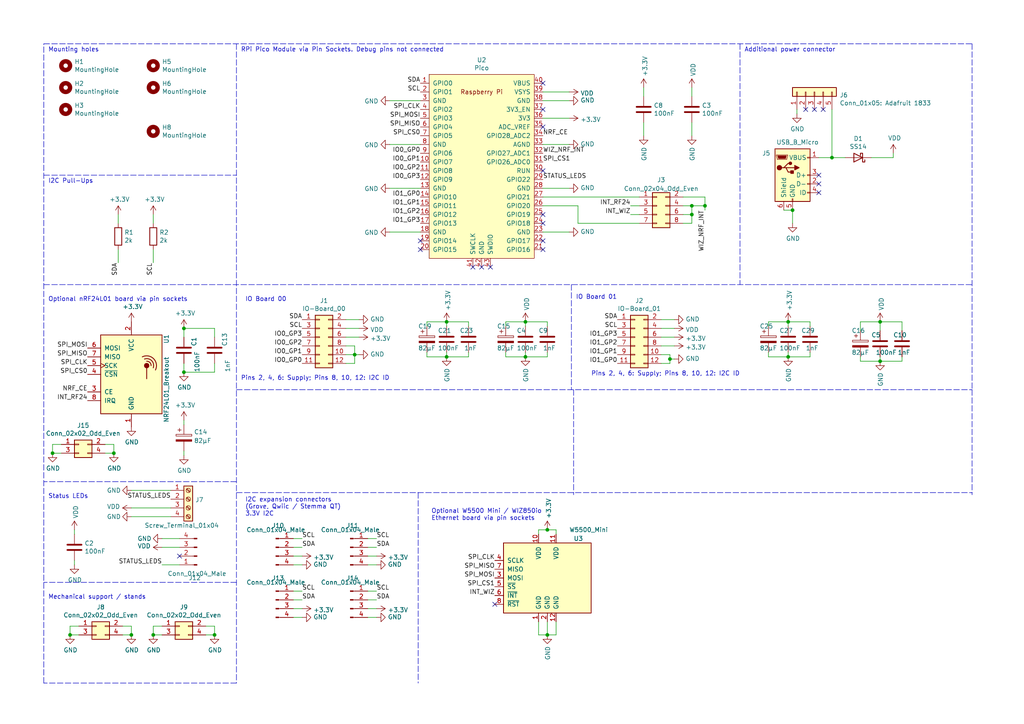
<source format=kicad_sch>
(kicad_sch (version 20211123) (generator eeschema)
  (paper "A4")
  (title_block (title "rp2040_dongle baseboard 2 slots") (date "2022-11-30") (rev "0.6") (company "https://www.openlighting.org/"))
  (lib_symbols
    (symbol "Connector:Conn_01x04_Male" (pin_names (offset 1.016) hide)
      (property "Reference" "J" (at 0 5.08 0))
      (property "Value" "Conn_01x04_Male" (at 0 -7.62 0))
      (symbol "Conn_01x04_Male_1_1"
        (pin passive line (at 5.08 2.54 180) (length 3.81) (name "Pin_1") (number "1"))
        (pin passive line (at 5.08 0 180) (length 3.81) (name "Pin_2") (number "2"))
        (pin passive line (at 5.08 -2.54 180) (length 3.81) (name "Pin_3") (number "3"))
        (pin passive line (at 5.08 -5.08 180) (length 3.81) (name "Pin_4") (number "4"))
      )
    )
    (symbol "Connector:Screw_Terminal_01x04" (pin_names (offset 1.016) hide)
      (property "Reference" "J" (at 0 5.08 0))
      (property "Value" "Screw_Terminal_01x04" (at 0 -7.62 0))
      (symbol "Screw_Terminal_01x04_1_1"
        (pin passive line (at -5.08 2.54 0) (length 3.81) (name "Pin_1") (number "1"))
        (pin passive line (at -5.08 0 0) (length 3.81) (name "Pin_2") (number "2"))
        (pin passive line (at -5.08 -2.54 0) (length 3.81) (name "Pin_3") (number "3"))
        (pin passive line (at -5.08 -5.08 0) (length 3.81) (name "Pin_4") (number "4"))
      )
    )
    (symbol "Connector:USB_B_Micro" (pin_names (offset 1.016))
      (property "Reference" "J" (at -5.08 11.43 0))
      (property "Value" "USB_B_Micro" (at -5.08 8.89 0))
      (symbol "USB_B_Micro_1_1"
        (pin power_out line (at 7.62 5.08 180) (length 2.54) (name "VBUS") (number "1"))
        (pin bidirectional line (at 7.62 -2.54 180) (length 2.54) (name "D-") (number "2"))
        (pin bidirectional line (at 7.62 0 180) (length 2.54) (name "D+") (number "3"))
        (pin passive line (at 7.62 -5.08 180) (length 2.54) (name "ID") (number "4"))
        (pin power_out line (at 0 -10.16 90) (length 2.54) (name "GND") (number "5"))
        (pin passive line (at -2.54 -10.16 90) (length 2.54) (name "Shield") (number "6"))
      )
    )
    (symbol "Connector_Generic:Conn_01x05" (pin_names (offset 1.016) hide)
      (property "Reference" "J" (at 0 7.62 0))
      (property "Value" "Conn_01x05" (at 0 -7.62 0))
      (symbol "Conn_01x05_1_1"
        (pin passive line (at -5.08 5.08 0) (length 3.81) (name "Pin_1") (number "1"))
        (pin passive line (at -5.08 2.54 0) (length 3.81) (name "Pin_2") (number "2"))
        (pin passive line (at -5.08 0 0) (length 3.81) (name "Pin_3") (number "3"))
        (pin passive line (at -5.08 -2.54 0) (length 3.81) (name "Pin_4") (number "4"))
        (pin passive line (at -5.08 -5.08 0) (length 3.81) (name "Pin_5") (number "5"))
      )
    )
    (symbol "Connector_Generic:Conn_02x02_Odd_Even" (pin_names (offset 1.016) hide)
      (property "Reference" "J" (at 1.27 2.54 0))
      (property "Value" "Conn_02x02_Odd_Even" (at 1.27 -5.08 0))
      (symbol "Conn_02x02_Odd_Even_1_1"
        (pin passive line (at -5.08 0 0) (length 3.81) (name "Pin_1") (number "1"))
        (pin passive line (at 7.62 0 180) (length 3.81) (name "Pin_2") (number "2"))
        (pin passive line (at -5.08 -2.54 0) (length 3.81) (name "Pin_3") (number "3"))
        (pin passive line (at 7.62 -2.54 180) (length 3.81) (name "Pin_4") (number "4"))
      )
    )
    (symbol "Connector_Generic:Conn_02x04_Odd_Even" (pin_names (offset 1.016) hide)
      (property "Reference" "J" (at 1.27 5.08 0))
      (property "Value" "Conn_02x04_Odd_Even" (at 1.27 -7.62 0))
      (symbol "Conn_02x04_Odd_Even_1_1"
        (pin passive line (at -5.08 2.54 0) (length 3.81) (name "Pin_1") (number "1"))
        (pin passive line (at 7.62 2.54 180) (length 3.81) (name "Pin_2") (number "2"))
        (pin passive line (at -5.08 0 0) (length 3.81) (name "Pin_3") (number "3"))
        (pin passive line (at 7.62 0 180) (length 3.81) (name "Pin_4") (number "4"))
        (pin passive line (at -5.08 -2.54 0) (length 3.81) (name "Pin_5") (number "5"))
        (pin passive line (at 7.62 -2.54 180) (length 3.81) (name "Pin_6") (number "6"))
        (pin passive line (at -5.08 -5.08 0) (length 3.81) (name "Pin_7") (number "7"))
        (pin passive line (at 7.62 -5.08 180) (length 3.81) (name "Pin_8") (number "8"))
      )
    )
    (symbol "Connector_Generic:Conn_02x06_Odd_Even" (pin_names (offset 1.016) hide)
      (property "Reference" "J" (at 1.27 7.62 0))
      (property "Value" "Conn_02x06_Odd_Even" (at 1.27 -10.16 0))
      (symbol "Conn_02x06_Odd_Even_1_1"
        (pin passive line (at -5.08 5.08 0) (length 3.81) (name "Pin_1") (number "1"))
        (pin passive line (at 7.62 -5.08 180) (length 3.81) (name "Pin_10") (number "10"))
        (pin passive line (at -5.08 -7.62 0) (length 3.81) (name "Pin_11") (number "11"))
        (pin passive line (at 7.62 -7.62 180) (length 3.81) (name "Pin_12") (number "12"))
        (pin passive line (at 7.62 5.08 180) (length 3.81) (name "Pin_2") (number "2"))
        (pin passive line (at -5.08 2.54 0) (length 3.81) (name "Pin_3") (number "3"))
        (pin passive line (at 7.62 2.54 180) (length 3.81) (name "Pin_4") (number "4"))
        (pin passive line (at -5.08 0 0) (length 3.81) (name "Pin_5") (number "5"))
        (pin passive line (at 7.62 0 180) (length 3.81) (name "Pin_6") (number "6"))
        (pin passive line (at -5.08 -2.54 0) (length 3.81) (name "Pin_7") (number "7"))
        (pin passive line (at 7.62 -2.54 180) (length 3.81) (name "Pin_8") (number "8"))
        (pin passive line (at -5.08 -5.08 0) (length 3.81) (name "Pin_9") (number "9"))
      )
    )
    (symbol "Device:C" (pin_numbers hide) (pin_names (offset 0.254))
      (property "Reference" "C" (at 0.635 2.54 0))
      (property "Value" "C" (at 0.635 -2.54 0))
      (symbol "C_1_1"
        (pin passive line (at 0 3.81 270) (length 2.794) (name "~") (number "1"))
        (pin passive line (at 0 -3.81 90) (length 2.794) (name "~") (number "2"))
      )
    )
    (symbol "Device:C_Polarized" (pin_numbers hide) (pin_names (offset 0.254))
      (property "Reference" "C" (at 0.635 2.54 0))
      (property "Value" "C_Polarized" (at 0.635 -2.54 0))
      (symbol "C_Polarized_1_1"
        (pin passive line (at 0 3.81 270) (length 2.794) (name "~") (number "1"))
        (pin passive line (at 0 -3.81 90) (length 2.794) (name "~") (number "2"))
      )
    )
    (symbol "Device:D_Schottky" (pin_numbers hide) (pin_names (offset 1.016) hide)
      (property "Reference" "D" (at 0 2.54 0))
      (property "Value" "D_Schottky" (at 0 -2.54 0))
      (symbol "D_Schottky_1_1"
        (pin passive line (at -3.81 0 0) (length 2.54) (name "K") (number "1"))
        (pin passive line (at 3.81 0 180) (length 2.54) (name "A") (number "2"))
      )
    )
    (symbol "Device:R" (pin_numbers hide) (pin_names (offset 0))
      (property "Reference" "R" (at 2.032 0 90))
      (property "Value" "R" (at 0 0 90))
      (symbol "R_1_1"
        (pin passive line (at 0 3.81 270) (length 1.27) (name "~") (number "1"))
        (pin passive line (at 0 -3.81 90) (length 1.27) (name "~") (number "2"))
      )
    )
    (symbol "Mechanical:MountingHole" (pin_names (offset 1.016))
      (property "Reference" "H" (at 0 5.08 0))
      (property "Value" "MountingHole" (at 0 3.175 0))
    )
    (symbol "RF:NRF24L01_Breakout" (pin_names (offset 1.016))
      (property "Reference" "U" (at -8.89 12.7 0))
      (property "Value" "NRF24L01_Breakout" (at 3.81 12.7 0))
      (symbol "NRF24L01_Breakout_1_1"
        (pin power_in line (at 0 -15.24 90) (length 3.81) (name "GND") (number "1"))
        (pin power_in line (at 0 15.24 270) (length 3.81) (name "VCC") (number "2"))
        (pin input line (at -12.7 -5.08 0) (length 3.81) (name "CE") (number "3"))
        (pin input line (at -12.7 0 0) (length 3.81) (name "~{CSN}") (number "4"))
        (pin input clock (at -12.7 2.54 0) (length 3.81) (name "SCK") (number "5"))
        (pin input line (at -12.7 7.62 0) (length 3.81) (name "MOSI") (number "6"))
        (pin output line (at -12.7 5.08 0) (length 3.81) (name "MISO") (number "7"))
        (pin output line (at -12.7 -7.62 0) (length 3.81) (name "IRQ") (number "8"))
      )
    )
    (symbol "W5500_Mini:W5500_Mini" (pin_names (offset 1.016))
      (property "Reference" "U" (at -12.7 12.7 0))
      (property "Value" "W5500_Mini" (at 0 2.54 0))
      (symbol "W5500_Mini_1_1"
        (pin power_in line (at -2.54 -11.43 90) (length 2.54) (name "GND") (number "1"))
        (pin power_in line (at -2.54 13.97 270) (length 2.54) (name "VDD") (number "10"))
        (pin power_in line (at 2.54 13.97 270) (length 2.54) (name "VDD") (number "11"))
        (pin power_in line (at 2.54 -11.43 90) (length 2.54) (name "GND") (number "12"))
        (pin power_in line (at 0 -11.43 90) (length 2.54) (name "GND") (number "2"))
        (pin input line (at -15.24 1.27 0) (length 2.54) (name "MOSI") (number "3"))
        (pin input line (at -15.24 6.35 0) (length 2.54) (name "SCLK") (number "4"))
        (pin input line (at -15.24 -1.27 0) (length 2.54) (name "~{SS}") (number "5"))
        (pin input line (at -15.24 -3.81 0) (length 2.54) (name "~{INT}") (number "6"))
        (pin output line (at -15.24 3.81 0) (length 2.54) (name "MISO") (number "7"))
        (pin input line (at -15.24 -6.35 0) (length 2.54) (name "~{RST}") (number "8"))
        (pin no_connect line (at 15.24 6.35 180) (length 2.54) hide (name "NC") (number "9"))
      )
    )
    (symbol "baseboard_4slots-rescue:Pico-MCU_RPi" (pin_names (offset 1.016))
      (property "Reference" "U" (at -13.97 27.94 0))
      (property "Value" "Pico-MCU_RPi" (at 0 19.05 0))
      (symbol "Pico-MCU_RPi_0_0"
        (text "Raspberry Pi" (at 0 21.59 0) (effects (font (size 1.27 1.27))))
      )
      (symbol "Pico-MCU_RPi_1_1"
        (pin bidirectional line (at -17.78 24.13 0) (length 2.54) (name "GPIO0") (number "1"))
        (pin bidirectional line (at -17.78 1.27 0) (length 2.54) (name "GPIO7") (number "10"))
        (pin bidirectional line (at -17.78 -1.27 0) (length 2.54) (name "GPIO8") (number "11"))
        (pin bidirectional line (at -17.78 -3.81 0) (length 2.54) (name "GPIO9") (number "12"))
        (pin power_in line (at -17.78 -6.35 0) (length 2.54) (name "GND") (number "13"))
        (pin bidirectional line (at -17.78 -8.89 0) (length 2.54) (name "GPIO10") (number "14"))
        (pin bidirectional line (at -17.78 -11.43 0) (length 2.54) (name "GPIO11") (number "15"))
        (pin bidirectional line (at -17.78 -13.97 0) (length 2.54) (name "GPIO12") (number "16"))
        (pin bidirectional line (at -17.78 -16.51 0) (length 2.54) (name "GPIO13") (number "17"))
        (pin power_in line (at -17.78 -19.05 0) (length 2.54) (name "GND") (number "18"))
        (pin bidirectional line (at -17.78 -21.59 0) (length 2.54) (name "GPIO14") (number "19"))
        (pin bidirectional line (at -17.78 21.59 0) (length 2.54) (name "GPIO1") (number "2"))
        (pin bidirectional line (at -17.78 -24.13 0) (length 2.54) (name "GPIO15") (number "20"))
        (pin bidirectional line (at 17.78 -24.13 180) (length 2.54) (name "GPIO16") (number "21"))
        (pin bidirectional line (at 17.78 -21.59 180) (length 2.54) (name "GPIO17") (number "22"))
        (pin power_in line (at 17.78 -19.05 180) (length 2.54) (name "GND") (number "23"))
        (pin bidirectional line (at 17.78 -16.51 180) (length 2.54) (name "GPIO18") (number "24"))
        (pin bidirectional line (at 17.78 -13.97 180) (length 2.54) (name "GPIO19") (number "25"))
        (pin bidirectional line (at 17.78 -11.43 180) (length 2.54) (name "GPIO20") (number "26"))
        (pin bidirectional line (at 17.78 -8.89 180) (length 2.54) (name "GPIO21") (number "27"))
        (pin power_in line (at 17.78 -6.35 180) (length 2.54) (name "GND") (number "28"))
        (pin bidirectional line (at 17.78 -3.81 180) (length 2.54) (name "GPIO22") (number "29"))
        (pin power_in line (at -17.78 19.05 0) (length 2.54) (name "GND") (number "3"))
        (pin input line (at 17.78 -1.27 180) (length 2.54) (name "RUN") (number "30"))
        (pin bidirectional line (at 17.78 1.27 180) (length 2.54) (name "GPIO26_ADC0") (number "31"))
        (pin bidirectional line (at 17.78 3.81 180) (length 2.54) (name "GPIO27_ADC1") (number "32"))
        (pin power_in line (at 17.78 6.35 180) (length 2.54) (name "AGND") (number "33"))
        (pin bidirectional line (at 17.78 8.89 180) (length 2.54) (name "GPIO28_ADC2") (number "34"))
        (pin unspecified line (at 17.78 11.43 180) (length 2.54) (name "ADC_VREF") (number "35"))
        (pin unspecified line (at 17.78 13.97 180) (length 2.54) (name "3V3") (number "36"))
        (pin input line (at 17.78 16.51 180) (length 2.54) (name "3V3_EN") (number "37"))
        (pin bidirectional line (at 17.78 19.05 180) (length 2.54) (name "GND") (number "38"))
        (pin unspecified line (at 17.78 21.59 180) (length 2.54) (name "VSYS") (number "39"))
        (pin bidirectional line (at -17.78 16.51 0) (length 2.54) (name "GPIO2") (number "4"))
        (pin unspecified line (at 17.78 24.13 180) (length 2.54) (name "VBUS") (number "40"))
        (pin input line (at -2.54 -29.21 90) (length 2.54) (name "SWCLK") (number "41"))
        (pin power_in line (at 0 -29.21 90) (length 2.54) (name "GND") (number "42"))
        (pin bidirectional line (at 2.54 -29.21 90) (length 2.54) (name "SWDIO") (number "43"))
        (pin bidirectional line (at -17.78 13.97 0) (length 2.54) (name "GPIO3") (number "5"))
        (pin bidirectional line (at -17.78 11.43 0) (length 2.54) (name "GPIO4") (number "6"))
        (pin bidirectional line (at -17.78 8.89 0) (length 2.54) (name "GPIO5") (number "7"))
        (pin power_in line (at -17.78 6.35 0) (length 2.54) (name "GND") (number "8"))
        (pin bidirectional line (at -17.78 3.81 0) (length 2.54) (name "GPIO6") (number "9"))
      )
    )
    (symbol "power:+3.3V" (power) (pin_names (offset 0))
      (property "Value" "+3.3V" (at 0 3.556 0))
      (symbol "+3.3V_1_1"
        (pin power_in line (at 0 0 90) (length 0) hide (name "+3.3V") (number "1"))
      )
    )
    (symbol "power:GND" (power) (pin_names (offset 0))
      (property "Value" "GND" (at 0 -3.81 0))
      (symbol "GND_1_1"
        (pin power_in line (at 0 0 270) (length 0) hide (name "GND") (number "1"))
      )
    )
    (symbol "power:VDD" (power) (pin_names (offset 0))
      (property "Value" "VDD" (at 0 3.81 0))
      (symbol "VDD_1_1"
        (pin power_in line (at 0 0 90) (length 0) hide (name "VDD") (number "1"))
      )
    )
  )
  (junction (at 158.75 184.15))
  (junction (at 194.31 104.14))
  (junction (at 129.54 103.505))
  (junction (at 255.27 104.775))
  (junction (at 44.45 184.15))
  (junction (at 102.87 102.87))
  (junction (at 33.02 131.445))
  (junction (at 152.4 103.505))
  (junction (at 228.6 103.505))
  (junction (at 152.4 93.345))
  (junction (at 53.34 107.95))
  (junction (at 53.34 95.25))
  (junction (at 20.32 184.15))
  (junction (at 129.54 93.345))
  (junction (at 241.3 45.72))
  (junction (at 200.66 59.69))
  (junction (at 38.1 184.15))
  (junction (at 228.6 93.345))
  (junction (at 158.75 153.67))
  (junction (at 62.23 184.15))
  (junction (at 204.47 59.69))
  (junction (at 255.27 93.345))
  (junction (at 229.87 60.96))
  (junction (at 15.24 131.445))
  (junction (at 200.66 62.23))
  (no_connect (at 237.49 55.88))
  (no_connect (at 157.48 24.13))
  (no_connect (at 157.48 36.83))
  (no_connect (at 121.92 69.85))
  (no_connect (at 52.07 161.29))
  (no_connect (at 157.48 72.39))
  (no_connect (at 157.48 62.23))
  (no_connect (at 233.68 31.75))
  (no_connect (at 142.24 77.47))
  (no_connect (at 238.76 31.75))
  (no_connect (at 236.22 31.75))
  (no_connect (at 157.48 49.53))
  (no_connect (at 137.16 77.47))
  (no_connect (at 157.48 69.85))
  (no_connect (at 237.49 53.34))
  (no_connect (at 157.48 64.77))
  (no_connect (at 237.49 50.8))
  (no_connect (at 121.92 72.39))
  (no_connect (at 157.48 31.75))
  (no_connect (at 143.51 175.26))
  (no_connect (at 139.7 77.47))
  (wire (pts (xy 35.56 184.15) (xy 38.1 184.15)))
  (wire (pts (xy 30.48 128.905) (xy 33.02 128.905)))
  (wire (pts (xy 113.03 67.31) (xy 121.92 67.31)))
  (wire (pts (xy 259.08 45.72) (xy 259.08 44.45)))
  (wire (pts (xy 53.34 130.81) (xy 53.34 132.08)))
  (wire (pts (xy 156.21 153.67) (xy 158.75 153.67)))
  (wire (pts (xy 100.33 97.79) (xy 104.14 97.79)))
  (wire (pts (xy 34.29 72.39) (xy 34.29 76.2)))
  (wire (pts (xy 161.29 153.67) (xy 158.75 153.67)))
  (wire (pts (xy 182.88 62.23) (xy 185.42 62.23)))
  (polyline (pts (xy 68.58 198.12) (xy 12.7 198.12)))
  (wire (pts (xy 200.66 25.4) (xy 200.66 27.94)))
  (wire (pts (xy 44.45 184.15) (xy 46.99 184.15)))
  (wire (pts (xy 182.88 59.69) (xy 185.42 59.69)))
  (wire (pts (xy 228.6 93.345) (xy 234.95 93.345)))
  (wire (pts (xy 194.31 104.14) (xy 195.58 104.14)))
  (wire (pts (xy 22.86 184.15) (xy 20.32 184.15)))
  (wire (pts (xy 222.885 94.615) (xy 222.885 93.345)))
  (wire (pts (xy 123.825 93.345) (xy 129.54 93.345)))
  (wire (pts (xy 157.48 34.29) (xy 165.1 34.29)))
  (wire (pts (xy 249.555 93.345) (xy 255.27 93.345)))
  (polyline (pts (xy 121.285 142.875) (xy 121.285 198.12)))
  (wire (pts (xy 38.1 181.61) (xy 38.1 184.15)))
  (wire (pts (xy 85.09 171.45) (xy 87.63 171.45)))
  (wire (pts (xy 186.69 35.56) (xy 186.69 39.37)))
  (wire (pts (xy 53.34 95.25) (xy 62.23 95.25)))
  (wire (pts (xy 156.21 180.34) (xy 156.21 184.15)))
  (polyline (pts (xy 68.58 113.03) (xy 281.94 113.03)))
  (wire (pts (xy 135.89 102.235) (xy 135.89 103.505)))
  (wire (pts (xy 158.75 103.505) (xy 152.4 103.505)))
  (wire (pts (xy 102.87 100.33) (xy 102.87 102.87)))
  (wire (pts (xy 123.825 102.235) (xy 123.825 103.505)))
  (wire (pts (xy 106.68 163.83) (xy 109.22 163.83)))
  (wire (pts (xy 156.21 154.94) (xy 156.21 153.67)))
  (wire (pts (xy 161.29 184.15) (xy 158.75 184.15)))
  (wire (pts (xy 237.49 45.72) (xy 241.3 45.72)))
  (wire (pts (xy 186.69 25.4) (xy 186.69 27.94)))
  (wire (pts (xy 46.99 158.75) (xy 52.07 158.75)))
  (wire (pts (xy 129.54 102.235) (xy 129.54 103.505)))
  (wire (pts (xy 200.66 35.56) (xy 200.66 39.37)))
  (wire (pts (xy 34.29 62.23) (xy 34.29 64.77)))
  (wire (pts (xy 157.48 57.15) (xy 185.42 57.15)))
  (wire (pts (xy 191.77 95.25) (xy 195.58 95.25)))
  (wire (pts (xy 17.78 128.905) (xy 15.24 128.905)))
  (wire (pts (xy 146.685 103.505) (xy 152.4 103.505)))
  (wire (pts (xy 46.99 156.21) (xy 52.07 156.21)))
  (wire (pts (xy 241.3 45.72) (xy 245.11 45.72)))
  (wire (pts (xy 234.95 103.505) (xy 228.6 103.505)))
  (wire (pts (xy 249.555 95.885) (xy 249.555 93.345)))
  (wire (pts (xy 231.14 31.75) (xy 231.14 33.02)))
  (wire (pts (xy 62.23 184.15) (xy 62.23 181.61)))
  (wire (pts (xy 194.31 105.41) (xy 194.31 104.14)))
  (wire (pts (xy 106.68 179.07) (xy 109.22 179.07)))
  (wire (pts (xy 204.47 57.15) (xy 204.47 59.69)))
  (wire (pts (xy 106.68 173.99) (xy 109.22 173.99)))
  (wire (pts (xy 241.3 31.75) (xy 241.3 45.72)))
  (polyline (pts (xy 68.58 12.7) (xy 68.58 198.12)))
  (wire (pts (xy 20.32 181.61) (xy 20.32 184.15)))
  (wire (pts (xy 17.78 131.445) (xy 15.24 131.445)))
  (polyline (pts (xy 281.94 12.7) (xy 281.94 113.03)))
  (wire (pts (xy 106.68 156.21) (xy 109.22 156.21)))
  (wire (pts (xy 100.33 102.87) (xy 102.87 102.87)))
  (wire (pts (xy 249.555 103.505) (xy 249.555 104.775)))
  (wire (pts (xy 15.24 128.905) (xy 15.24 131.445)))
  (wire (pts (xy 102.87 105.41) (xy 100.33 105.41)))
  (wire (pts (xy 167.64 59.69) (xy 167.64 64.77)))
  (polyline (pts (xy 281.94 113.03) (xy 281.94 143.51)))
  (wire (pts (xy 200.66 64.77) (xy 200.66 62.23)))
  (wire (pts (xy 252.73 45.72) (xy 259.08 45.72)))
  (wire (pts (xy 53.34 107.95) (xy 53.34 105.41)))
  (wire (pts (xy 46.99 181.61) (xy 44.45 181.61)))
  (wire (pts (xy 152.4 93.345) (xy 152.4 94.615)))
  (wire (pts (xy 261.62 104.775) (xy 261.62 103.505)))
  (wire (pts (xy 85.09 156.21) (xy 87.63 156.21)))
  (wire (pts (xy 261.62 93.345) (xy 261.62 95.885)))
  (polyline (pts (xy 12.7 50.8) (xy 68.58 50.8)))
  (wire (pts (xy 157.48 29.21) (xy 165.1 29.21)))
  (wire (pts (xy 198.12 62.23) (xy 200.66 62.23)))
  (wire (pts (xy 33.02 128.905) (xy 33.02 131.445)))
  (polyline (pts (xy 12.7 12.7) (xy 281.94 12.7)))
  (wire (pts (xy 167.64 64.77) (xy 185.42 64.77)))
  (polyline (pts (xy 12.7 198.12) (xy 12.7 12.7)))
  (wire (pts (xy 123.825 94.615) (xy 123.825 93.345)))
  (wire (pts (xy 44.45 72.39) (xy 44.45 76.2)))
  (wire (pts (xy 53.34 97.79) (xy 53.34 95.25)))
  (wire (pts (xy 21.59 162.56) (xy 21.59 163.83)))
  (wire (pts (xy 62.23 107.95) (xy 53.34 107.95)))
  (wire (pts (xy 191.77 105.41) (xy 194.31 105.41)))
  (wire (pts (xy 229.87 60.96) (xy 227.33 60.96)))
  (wire (pts (xy 194.31 102.87) (xy 194.31 104.14)))
  (polyline (pts (xy 165.735 82.55) (xy 165.735 113.03)))
  (wire (pts (xy 106.68 176.53) (xy 109.22 176.53)))
  (wire (pts (xy 53.34 121.92) (xy 53.34 123.19)))
  (wire (pts (xy 222.885 103.505) (xy 228.6 103.505)))
  (wire (pts (xy 152.4 93.345) (xy 158.75 93.345)))
  (wire (pts (xy 198.12 64.77) (xy 200.66 64.77)))
  (wire (pts (xy 157.48 54.61) (xy 165.1 54.61)))
  (wire (pts (xy 222.885 102.235) (xy 222.885 103.505)))
  (polyline (pts (xy 68.58 168.91) (xy 12.7 168.91)))
  (wire (pts (xy 85.09 176.53) (xy 87.63 176.53)))
  (wire (pts (xy 198.12 59.69) (xy 200.66 59.69)))
  (polyline (pts (xy 12.7 82.55) (xy 281.94 82.55)))
  (wire (pts (xy 157.48 26.67) (xy 165.1 26.67)))
  (wire (pts (xy 158.75 180.34) (xy 158.75 184.15)))
  (wire (pts (xy 255.27 104.775) (xy 255.27 103.505)))
  (wire (pts (xy 100.33 92.71) (xy 104.14 92.71)))
  (wire (pts (xy 191.77 102.87) (xy 194.31 102.87)))
  (wire (pts (xy 157.48 67.31) (xy 165.1 67.31)))
  (wire (pts (xy 106.68 158.75) (xy 109.22 158.75)))
  (wire (pts (xy 135.89 103.505) (xy 129.54 103.505)))
  (wire (pts (xy 146.685 102.235) (xy 146.685 103.505)))
  (wire (pts (xy 161.29 180.34) (xy 161.29 184.15)))
  (wire (pts (xy 249.555 104.775) (xy 255.27 104.775)))
  (wire (pts (xy 85.09 161.29) (xy 87.63 161.29)))
  (wire (pts (xy 200.66 62.23) (xy 200.66 59.69)))
  (wire (pts (xy 35.56 181.61) (xy 38.1 181.61)))
  (wire (pts (xy 38.1 147.32) (xy 49.53 147.32)))
  (wire (pts (xy 191.77 97.79) (xy 195.58 97.79)))
  (wire (pts (xy 228.6 93.345) (xy 228.6 94.615)))
  (wire (pts (xy 21.59 153.67) (xy 21.59 154.94)))
  (wire (pts (xy 198.12 57.15) (xy 204.47 57.15)))
  (wire (pts (xy 106.68 161.29) (xy 109.22 161.29)))
  (polyline (pts (xy 166.37 113.03) (xy 166.37 143.51)))
  (wire (pts (xy 152.4 102.235) (xy 152.4 103.505)))
  (polyline (pts (xy 68.58 139.7) (xy 12.7 139.7)))
  (wire (pts (xy 191.77 92.71) (xy 195.58 92.71)))
  (wire (pts (xy 62.23 105.41) (xy 62.23 107.95)))
  (wire (pts (xy 255.27 93.345) (xy 261.62 93.345)))
  (wire (pts (xy 157.48 41.91) (xy 165.1 41.91)))
  (wire (pts (xy 158.75 93.345) (xy 158.75 94.615)))
  (wire (pts (xy 85.09 158.75) (xy 87.63 158.75)))
  (wire (pts (xy 59.69 184.15) (xy 62.23 184.15)))
  (wire (pts (xy 135.89 93.345) (xy 135.89 94.615)))
  (wire (pts (xy 62.23 181.61) (xy 59.69 181.61)))
  (wire (pts (xy 200.66 59.69) (xy 204.47 59.69)))
  (wire (pts (xy 129.54 93.345) (xy 135.89 93.345)))
  (wire (pts (xy 22.86 181.61) (xy 20.32 181.61)))
  (wire (pts (xy 129.54 93.345) (xy 129.54 94.615)))
  (wire (pts (xy 204.47 59.69) (xy 204.47 60.96)))
  (wire (pts (xy 191.77 100.33) (xy 195.58 100.33)))
  (wire (pts (xy 46.99 163.83) (xy 52.07 163.83)))
  (wire (pts (xy 113.03 29.21) (xy 121.92 29.21)))
  (wire (pts (xy 156.21 184.15) (xy 158.75 184.15)))
  (polyline (pts (xy 214.63 12.7) (xy 214.63 82.55)))
  (wire (pts (xy 146.685 93.345) (xy 152.4 93.345)))
  (wire (pts (xy 222.885 93.345) (xy 228.6 93.345)))
  (wire (pts (xy 44.45 181.61) (xy 44.45 184.15)))
  (wire (pts (xy 100.33 95.25) (xy 104.14 95.25)))
  (wire (pts (xy 62.23 95.25) (xy 62.23 97.79)))
  (wire (pts (xy 158.75 102.235) (xy 158.75 103.505)))
  (wire (pts (xy 102.87 102.87) (xy 102.87 105.41)))
  (polyline (pts (xy 68.58 142.875) (xy 281.94 142.875)))
  (wire (pts (xy 146.685 94.615) (xy 146.685 93.345)))
  (wire (pts (xy 38.1 142.24) (xy 49.53 142.24)))
  (wire (pts (xy 113.03 54.61) (xy 121.92 54.61)))
  (wire (pts (xy 123.825 103.505) (xy 129.54 103.505)))
  (wire (pts (xy 113.03 41.91) (xy 121.92 41.91)))
  (wire (pts (xy 100.33 100.33) (xy 102.87 100.33)))
  (wire (pts (xy 234.95 102.235) (xy 234.95 103.505)))
  (wire (pts (xy 104.14 102.87) (xy 102.87 102.87)))
  (wire (pts (xy 255.27 93.345) (xy 255.27 95.885)))
  (wire (pts (xy 85.09 173.99) (xy 87.63 173.99)))
  (wire (pts (xy 44.45 62.23) (xy 44.45 64.77)))
  (wire (pts (xy 85.09 179.07) (xy 87.63 179.07)))
  (wire (pts (xy 85.09 163.83) (xy 87.63 163.83)))
  (wire (pts (xy 228.6 102.235) (xy 228.6 103.505)))
  (wire (pts (xy 38.1 149.86) (xy 49.53 149.86)))
  (wire (pts (xy 255.27 104.775) (xy 261.62 104.775)))
  (wire (pts (xy 157.48 59.69) (xy 167.64 59.69)))
  (wire (pts (xy 229.87 60.96) (xy 229.87 64.77)))
  (wire (pts (xy 234.95 93.345) (xy 234.95 94.615)))
  (wire (pts (xy 161.29 154.94) (xy 161.29 153.67)))
  (wire (pts (xy 106.68 171.45) (xy 109.22 171.45)))
  (wire (pts (xy 30.48 131.445) (xy 33.02 131.445)))
  (text "Pins 2, 4, 6: Supply; Pins 8, 10, 12: I2C ID" (at 171.45 109.22 0) (effects (font (size 1.27 1.27)) (justify left bottom)))
  (text "Additional power connector" (at 215.9 15.24 0) (effects (font (size 1.27 1.27)) (justify left bottom)))
  (text "Pins 2, 4, 6: Supply; Pins 8, 10, 12: I2C ID" (at 69.85 110.49 0) (effects (font (size 1.27 1.27)) (justify left bottom)))
  (text "Mounting holes" (at 13.97 15.24 0) (effects (font (size 1.27 1.27)) (justify left bottom)))
  (text "RPi Pico Module via Pin Sockets. Debug pins not connected" (at 69.85 15.24 0) (effects (font (size 1.27 1.27)) (justify left bottom)))
  (text "IO Board 00" (at 71.12 87.63 0) (effects (font (size 1.27 1.27)) (justify left bottom)))
  (text "I2C Pull-Ups" (at 13.97 53.34 0) (effects (font (size 1.27 1.27)) (justify left bottom)))
  (text "Status LEDs" (at 13.97 144.78 0) (effects (font (size 1.27 1.27)) (justify left bottom)))
  (text "Optional nRF24L01 board via pin sockets" (at 13.97 87.63 0) (effects (font (size 1.27 1.27)) (justify left bottom)))
  (text "IO Board 01" (at 167.005 86.995 0) (effects (font (size 1.27 1.27)) (justify left bottom)))
  (text "Mechanical support / stands" (at 13.97 173.99 0) (effects (font (size 1.27 1.27)) (justify left bottom)))
  (text "I2C expansion connectors\n(Grove, Qwiic / Stemma QT)\n3.3V I2C" (at 71.12 149.86 0) (effects (font (size 1.27 1.27)) (justify left bottom)))
  (text "Optional W5500 Mini / WIZ850io\nEthernet board via pin sockets" (at 125.095 151.13 0) (effects (font (size 1.27 1.27)) (justify left bottom)))
  (label "IO1_GP0" (at 121.92 57.15 180))
  (label "IO1_GP1" (at 179.07 102.87 180))
  (label "SPI_MOSI" (at 121.92 34.29 180))
  (label "SPI_MISO" (at 25.4 103.505 180))
  (label "IO1_GP2" (at 121.92 62.23 180))
  (label "IO0_GP2" (at 121.92 49.53 180))
  (label "STATUS_LEDS" (at 49.53 144.78 180))
  (label "SCL" (at 44.45 76.2 270))
  (label "IO1_GP0" (at 179.07 105.41 180))
  (label "SDA" (at 121.92 24.13 180))
  (label "STATUS_LEDS" (at 46.99 163.83 180))
  (label "WIZ_NRF_INT" (at 157.48 44.45 0))
  (label "IO1_GP3" (at 121.92 64.77 180))
  (label "IO0_GP3" (at 121.92 52.07 180))
  (label "SCL" (at 109.22 171.45 0))
  (label "INT_RF24" (at 182.88 59.69 180))
  (label "IO1_GP1" (at 121.92 59.69 180))
  (label "IO0_GP1" (at 87.63 102.87 180))
  (label "NRF_CE" (at 25.4 113.665 180))
  (label "SCL" (at 179.07 95.25 180))
  (label "INT_WIZ" (at 143.51 172.72 180))
  (label "SDA" (at 87.63 92.71 180))
  (label "SDA" (at 109.22 173.99 0))
  (label "SPI_CS1" (at 143.51 170.18 180))
  (label "IO1_GP2" (at 179.07 100.33 180))
  (label "SPI_CS0" (at 121.92 39.37 180))
  (label "IO1_GP3" (at 179.07 97.79 180))
  (label "STATUS_LEDS" (at 157.48 52.07 0))
  (label "SDA" (at 34.29 76.2 270))
  (label "SPI_MISO" (at 143.51 165.1 180))
  (label "SCL" (at 87.63 156.21 0))
  (label "INT_WIZ" (at 182.88 62.23 180))
  (label "SCL" (at 109.22 156.21 0))
  (label "SDA" (at 109.22 158.75 0))
  (label "SPI_CLK" (at 121.92 31.75 180))
  (label "IO0_GP2" (at 87.63 100.33 180))
  (label "SCL" (at 121.92 26.67 180))
  (label "IO0_GP1" (at 121.92 46.99 180))
  (label "SPI_CS1" (at 157.48 46.99 0))
  (label "SPI_CLK" (at 143.51 162.56 180))
  (label "SPI_CS0" (at 25.4 108.585 180))
  (label "SPI_MISO" (at 121.92 36.83 180))
  (label "SCL" (at 87.63 95.25 180))
  (label "SDA" (at 179.07 92.71 180))
  (label "SDA" (at 87.63 158.75 0))
  (label "SCL" (at 87.63 171.45 0))
  (label "SPI_MOSI" (at 143.51 167.64 180))
  (label "INT_RF24" (at 25.4 116.205 180))
  (label "SDA" (at 87.63 173.99 0))
  (label "IO0_GP0" (at 87.63 105.41 180))
  (label "WIZ_NRF_INT" (at 204.47 60.96 270))
  (label "SPI_CLK" (at 25.4 106.045 180))
  (label "SPI_MOSI" (at 25.4 100.965 180))
  (label "IO0_GP3" (at 87.63 97.79 180))
  (label "IO0_GP0" (at 121.92 44.45 180))
  (label "NRF_CE" (at 157.48 39.37 0))
  (symbol (lib_id "baseboard_4slots-rescue:Pico-MCU_RPi") (at 139.7 48.26 0) (unit 1)
    (property "Reference" "U2" (at 139.7 17.399 0))
    (property "Value" "Pico" (at 139.7 19.7104 0))
    (property "Footprint" "MCU_RaspberryPi_and_Boards:RPi_Pico_SMD_TH" (effects hide))
  )
  (symbol (lib_id "Connector:USB_B_Micro") (at 229.87 50.8 0) (unit 1)
    (property "Reference" "J5" (at 222.25 44.45 0))
    (property "Value" "USB_B_Micro" (at 231.3178 41.2496 0))
    (property "Footprint" "Connector_USB:USB_Micro-B_Wuerth_629105150521" (effects hide))
  )
  (symbol (lib_id "power:GND") (at 229.87 64.77 0) (unit 1)
    (property "Reference" "#PWR030" (effects hide))
    (property "Value" "GND" (at 229.997 69.1642 0))
  )
  (symbol (lib_id "Device:R") (at 44.45 68.58 0) (unit 1)
    (property "Reference" "R2" (at 46.228 67.4116 0) (effects (justify left)))
    (property "Value" "2k" (at 46.228 69.723 0) (effects (justify left)))
    (property "Footprint" "Resistor_SMD:R_0805_2012Metric_Pad1.20x1.40mm_HandSolder" (effects hide))
    (property "LCSC" "C17604" (effects hide))
  )
  (symbol (lib_id "Device:R") (at 34.29 68.58 0) (unit 1)
    (property "Reference" "R1" (at 36.068 67.4116 0) (effects (justify left)))
    (property "Value" "2k" (at 36.068 69.723 0) (effects (justify left)))
    (property "Footprint" "Resistor_SMD:R_0805_2012Metric_Pad1.20x1.40mm_HandSolder" (effects hide))
    (property "LCSC" "C17604" (effects hide))
  )
  (symbol (lib_id "power:+3.3V") (at 44.45 62.23 0) (unit 1)
    (property "Reference" "#PWR02" (effects hide))
    (property "Value" "+3.3V" (at 44.831 57.8358 0))
  )
  (symbol (lib_id "power:+3.3V") (at 34.29 62.23 0) (unit 1)
    (property "Reference" "#PWR01" (effects hide))
    (property "Value" "+3.3V" (at 34.671 57.8358 0))
  )
  (symbol (lib_id "Device:D_Schottky") (at 248.92 45.72 180) (unit 1)
    (property "Reference" "D1" (at 248.92 40.2082 0))
    (property "Value" "SS14" (at 248.92 42.5196 0))
    (property "Footprint" "Diode_SMD:D_SMA" (effects hide))
    (property "LCSC" "C2480" (effects hide))
  )
  (symbol (lib_id "power:VDD") (at 165.1 26.67 270) (unit 1)
    (property "Reference" "#PWR018" (effects hide))
    (property "Value" "VDD" (at 168.3512 27.051 90) (effects (justify left)))
  )
  (symbol (lib_id "power:VDD") (at 259.08 44.45 0) (unit 1)
    (property "Reference" "#PWR034" (effects hide))
    (property "Value" "VDD" (at 259.461 40.0558 0))
  )
  (symbol (lib_id "Connector:Screw_Terminal_01x04") (at 54.61 144.78 0) (unit 1)
    (property "Reference" "J7" (at 56.642 144.9832 0) (effects (justify left)))
    (property "Value" "Screw_Terminal_01x04" (at 41.91 152.4 0) (effects (justify left)))
    (property "Footprint" "TerminalBlock:TerminalBlock_Altech_AK300-4_P5.00mm" (effects hide))
  )
  (symbol (lib_id "power:GND") (at 38.1 149.86 270) (unit 1)
    (property "Reference" "#PWR037" (effects hide))
    (property "Value" "GND" (at 33.02 149.86 90))
  )
  (symbol (lib_id "power:VDD") (at 104.14 95.25 270) (unit 1)
    (property "Reference" "#PWR08" (effects hide))
    (property "Value" "VDD" (at 107.3912 95.631 90) (effects (justify left)))
  )
  (symbol (lib_id "power:VDD") (at 195.58 95.25 270) (unit 1)
    (property "Reference" "#PWR017" (effects hide))
    (property "Value" "VDD" (at 198.8312 95.631 90) (effects (justify left)))
  )
  (symbol (lib_id "Connector_Generic:Conn_02x06_Odd_Even") (at 92.71 97.79 0) (unit 1)
    (property "Reference" "J1" (at 93.98 87.1982 0))
    (property "Value" "IO-Board_00" (at 93.98 89.5096 0))
    (property "Footprint" "Connector_PinSocket_2.54mm:PinSocket_2x06_P2.54mm_Vertical" (effects hide))
  )
  (symbol (lib_id "power:GND") (at 104.14 92.71 90) (unit 1)
    (property "Reference" "#PWR05" (effects hide))
    (property "Value" "GND" (at 107.3912 92.583 90) (effects (justify right)))
  )
  (symbol (lib_id "power:+3.3V") (at 104.14 97.79 270) (unit 1)
    (property "Reference" "#PWR07" (effects hide))
    (property "Value" "+3.3V" (at 107.3912 98.171 90) (effects (justify left)))
  )
  (symbol (lib_id "power:GND") (at 104.14 102.87 90) (unit 1)
    (property "Reference" "#PWR06" (effects hide))
    (property "Value" "GND" (at 107.3912 102.743 90) (effects (justify right)))
  )
  (symbol (lib_id "Device:C") (at 53.34 101.6 0) (unit 1)
    (property "Reference" "C1" (at 56.261 100.4316 90) (effects (justify left)))
    (property "Value" "100nF" (at 57.15 107.95 90) (effects (justify left)))
    (property "Footprint" "Capacitor_SMD:C_0603_1608Metric" (effects hide))
    (property "LCSC" "C14663" (effects hide))
  )
  (symbol (lib_id "power:+3.3V") (at 53.34 95.25 0) (unit 1)
    (property "Reference" "#PWR038" (effects hide))
    (property "Value" "+3.3V" (at 53.721 90.8558 0))
  )
  (symbol (lib_id "power:GND") (at 53.34 107.95 0) (unit 1)
    (property "Reference" "#PWR039" (effects hide))
    (property "Value" "GND" (at 53.467 112.3442 0))
  )
  (symbol (lib_id "Device:C") (at 21.59 158.75 0) (unit 1)
    (property "Reference" "C2" (at 24.511 157.5816 0) (effects (justify left)))
    (property "Value" "100nF" (at 24.511 159.893 0) (effects (justify left)))
    (property "Footprint" "Capacitor_SMD:C_0603_1608Metric" (effects hide))
    (property "LCSC" "C14663" (effects hide))
  )
  (symbol (lib_id "power:VDD") (at 21.59 153.67 0) (unit 1)
    (property "Reference" "#PWR040" (effects hide))
    (property "Value" "VDD" (at 21.971 150.4188 90) (effects (justify left)))
  )
  (symbol (lib_id "power:GND") (at 21.59 163.83 0) (unit 1)
    (property "Reference" "#PWR041" (effects hide))
    (property "Value" "GND" (at 21.717 168.2242 0))
  )
  (symbol (lib_id "Device:C") (at 200.66 31.75 0) (unit 1)
    (property "Reference" "C3" (at 203.581 30.5816 0) (effects (justify left)))
    (property "Value" "100nF" (at 203.581 32.893 0) (effects (justify left)))
    (property "Footprint" "Capacitor_SMD:C_0603_1608Metric" (effects hide))
    (property "LCSC" "C14663" (effects hide))
  )
  (symbol (lib_id "power:VDD") (at 200.66 25.4 0) (unit 1)
    (property "Reference" "#PWR042" (effects hide))
    (property "Value" "VDD" (at 201.041 22.1488 90) (effects (justify left)))
  )
  (symbol (lib_id "power:GND") (at 200.66 39.37 0) (unit 1)
    (property "Reference" "#PWR043" (effects hide))
    (property "Value" "GND" (at 200.787 42.6212 90) (effects (justify right)))
  )
  (symbol (lib_id "Connector_Generic:Conn_01x05") (at 236.22 26.67 90) (unit 1)
    (property "Reference" "J6" (at 243.5352 27.5844 90) (effects (justify right)))
    (property "Value" "Conn_01x05: Adafruit 1833" (at 243.5352 29.8958 90) (effects (justify right)))
    (property "Footprint" "Connector_PinHeader_2.54mm:PinHeader_1x05_P2.54mm_Vertical" (effects hide))
  )
  (symbol (lib_id "Mechanical:MountingHole") (at 19.05 19.05 0) (unit 1)
    (property "Reference" "H1" (at 21.59 17.8816 0) (effects (justify left)))
    (property "Value" "MountingHole" (at 21.59 20.193 0) (effects (justify left)))
    (property "Footprint" "MountingHole:MountingHole_3.2mm_M3" (effects hide))
  )
  (symbol (lib_id "Mechanical:MountingHole") (at 44.45 19.05 0) (unit 1)
    (property "Reference" "H5" (at 46.99 17.8816 0) (effects (justify left)))
    (property "Value" "MountingHole" (at 46.99 20.193 0) (effects (justify left)))
    (property "Footprint" "MountingHole:MountingHole_3.2mm_M3" (effects hide))
  )
  (symbol (lib_id "Mechanical:MountingHole") (at 19.05 25.4 0) (unit 1)
    (property "Reference" "H2" (at 21.59 24.2316 0) (effects (justify left)))
    (property "Value" "MountingHole" (at 21.59 26.543 0) (effects (justify left)))
    (property "Footprint" "MountingHole:MountingHole_3.2mm_M3" (effects hide))
  )
  (symbol (lib_id "Mechanical:MountingHole") (at 44.45 25.4 0) (unit 1)
    (property "Reference" "H6" (at 46.99 24.2316 0) (effects (justify left)))
    (property "Value" "MountingHole" (at 46.99 26.543 0) (effects (justify left)))
    (property "Footprint" "MountingHole:MountingHole_3.2mm_M3" (effects hide))
  )
  (symbol (lib_id "Mechanical:MountingHole") (at 19.05 31.75 0) (unit 1)
    (property "Reference" "H3" (at 21.59 30.5816 0) (effects (justify left)))
    (property "Value" "MountingHole" (at 21.59 32.893 0) (effects (justify left)))
    (property "Footprint" "MountingHole:MountingHole_3.2mm_M3" (effects hide))
  )
  (symbol (lib_id "Mechanical:MountingHole") (at 44.45 38.1 0) (unit 1)
    (property "Reference" "H8" (at 46.99 36.9316 0) (effects (justify left)))
    (property "Value" "MountingHole" (at 46.99 39.243 0) (effects (justify left)))
    (property "Footprint" "MountingHole:MountingHole_3.2mm_M3" (effects hide))
  )
  (symbol (lib_id "Device:C") (at 62.23 101.6 0) (unit 1)
    (property "Reference" "C13" (at 65.151 100.4316 90) (effects (justify left)))
    (property "Value" "1nF" (at 66.04 107.95 90) (effects (justify left)))
    (property "Footprint" "Capacitor_SMD:C_0603_1608Metric" (effects hide))
    (property "LCSC" "C1588" (effects hide))
  )
  (symbol (lib_id "power:GND") (at 165.1 29.21 90) (unit 1)
    (property "Reference" "#PWR019" (effects hide))
    (property "Value" "GND" (at 168.3512 29.083 90) (effects (justify right)))
  )
  (symbol (lib_id "Device:C") (at 152.4 98.425 0) (unit 1)
    (property "Reference" "C4" (at 149.86 95.885 0) (effects (justify left)))
    (property "Value" "100nF" (at 149.86 100.965 0) (effects (justify left)))
    (property "Footprint" "Capacitor_SMD:C_0603_1608Metric" (effects hide))
    (property "LCSC" "C14663" (effects hide))
  )
  (symbol (lib_id "power:VDD") (at 152.4 93.345 0) (unit 1)
    (property "Reference" "#PWR044" (effects hide))
    (property "Value" "VDD" (at 152.781 90.0938 90) (effects (justify left)))
  )
  (symbol (lib_id "power:GND") (at 152.4 103.505 0) (unit 1)
    (property "Reference" "#PWR045" (effects hide))
    (property "Value" "GND" (at 152.527 106.7562 90) (effects (justify right)))
  )
  (symbol (lib_id "power:+3.3V") (at 165.1 34.29 270) (unit 1)
    (property "Reference" "#PWR020" (effects hide))
    (property "Value" "+3.3V" (at 168.3512 34.671 90) (effects (justify left)))
  )
  (symbol (lib_id "power:GND") (at 165.1 41.91 90) (unit 1)
    (property "Reference" "#PWR021" (effects hide))
    (property "Value" "GND" (at 168.3512 41.783 90) (effects (justify right)))
  )
  (symbol (lib_id "power:GND") (at 165.1 54.61 90) (unit 1)
    (property "Reference" "#PWR022" (effects hide))
    (property "Value" "GND" (at 168.3512 54.483 90) (effects (justify right)))
  )
  (symbol (lib_id "power:GND") (at 165.1 67.31 90) (unit 1)
    (property "Reference" "#PWR023" (effects hide))
    (property "Value" "GND" (at 168.3512 67.183 90) (effects (justify right)))
  )
  (symbol (lib_id "power:GND") (at 113.03 29.21 270) (unit 1)
    (property "Reference" "#PWR09" (effects hide))
    (property "Value" "GND" (at 109.7788 29.337 90) (effects (justify right)))
  )
  (symbol (lib_id "power:GND") (at 20.32 184.15 0) (unit 1)
    (property "Reference" "#PWR0103" (effects hide))
    (property "Value" "GND" (at 20.447 188.5442 0))
  )
  (symbol (lib_id "power:GND") (at 38.1 184.15 0) (unit 1)
    (property "Reference" "#PWR0104" (effects hide))
    (property "Value" "GND" (at 38.227 188.5442 0))
  )
  (symbol (lib_id "power:GND") (at 62.23 184.15 0) (unit 1)
    (property "Reference" "#PWR0105" (effects hide))
    (property "Value" "GND" (at 62.357 188.5442 0))
  )
  (symbol (lib_id "Device:C") (at 255.27 99.695 0) (unit 1)
    (property "Reference" "C5" (at 252.73 97.155 0) (effects (justify left)))
    (property "Value" "100nF" (at 254 102.235 0) (effects (justify left)))
    (property "Footprint" "Capacitor_SMD:C_0603_1608Metric" (effects hide))
    (property "LCSC" "C14663" (effects hide))
  )
  (symbol (lib_id "power:VDD") (at 255.27 93.345 0) (unit 1)
    (property "Reference" "#PWR046" (effects hide))
    (property "Value" "VDD" (at 255.651 90.0938 90) (effects (justify left)))
  )
  (symbol (lib_id "power:GND") (at 255.27 104.775 0) (unit 1)
    (property "Reference" "#PWR047" (effects hide))
    (property "Value" "GND" (at 255.397 108.0262 90) (effects (justify right)))
  )
  (symbol (lib_id "Device:C") (at 158.75 98.425 0) (unit 1)
    (property "Reference" "C9" (at 156.21 95.885 0) (effects (justify left)))
    (property "Value" "1nF" (at 157.48 100.965 0) (effects (justify left)))
    (property "Footprint" "Capacitor_SMD:C_0603_1608Metric" (effects hide))
  )
  (symbol (lib_id "power:GND") (at 38.1 142.24 270) (unit 1)
    (property "Reference" "#PWR0101" (effects hide))
    (property "Value" "GND" (at 33.02 142.24 90))
  )
  (symbol (lib_id "power:GND") (at 113.03 41.91 270) (unit 1)
    (property "Reference" "#PWR010" (effects hide))
    (property "Value" "GND" (at 109.7788 42.037 90) (effects (justify right)))
  )
  (symbol (lib_id "power:GND") (at 113.03 54.61 270) (unit 1)
    (property "Reference" "#PWR011" (effects hide))
    (property "Value" "GND" (at 109.7788 54.737 90) (effects (justify right)))
  )
  (symbol (lib_id "power:GND") (at 113.03 67.31 270) (unit 1)
    (property "Reference" "#PWR012" (effects hide))
    (property "Value" "GND" (at 109.7788 67.437 90) (effects (justify right)))
  )
  (symbol (lib_id "power:VDD") (at 38.1 147.32 90) (unit 1)
    (property "Reference" "#PWR0102" (effects hide))
    (property "Value" "VDD" (at 34.8488 146.939 90) (effects (justify left)))
  )
  (symbol (lib_id "power:GND") (at 44.45 184.15 0) (unit 1)
    (property "Reference" "#PWR0106" (effects hide))
    (property "Value" "GND" (at 44.577 188.5442 0))
  )
  (symbol (lib_id "Connector_Generic:Conn_02x02_Odd_Even") (at 27.94 181.61 0) (unit 1)
    (property "Reference" "J8" (at 29.21 176.0982 0))
    (property "Value" "Conn_02x02_Odd_Even" (at 29.21 178.4096 0))
    (property "Footprint" "Connector_PinHeader_2.54mm:PinHeader_2x02_P2.54mm_Vertical" (effects hide))
  )
  (symbol (lib_id "Connector_Generic:Conn_02x02_Odd_Even") (at 52.07 181.61 0) (unit 1)
    (property "Reference" "J9" (at 53.34 176.0982 0))
    (property "Value" "Conn_02x02_Odd_Even" (at 53.34 178.4096 0))
    (property "Footprint" "Connector_PinHeader_2.54mm:PinHeader_2x02_P2.54mm_Vertical" (effects hide))
  )
  (symbol (lib_id "Device:C") (at 261.62 99.695 0) (unit 1)
    (property "Reference" "C10" (at 259.08 97.155 0) (effects (justify left)))
    (property "Value" "1nF" (at 260.35 102.235 0) (effects (justify left)))
    (property "Footprint" "Capacitor_SMD:C_0603_1608Metric" (effects hide))
    (property "LCSC" "C1588" (effects hide))
  )
  (symbol (lib_id "Device:C") (at 186.69 31.75 0) (unit 1)
    (property "Reference" "C8" (at 189.611 30.5816 0) (effects (justify left)))
    (property "Value" "100nF" (at 189.611 32.893 0) (effects (justify left)))
    (property "Footprint" "Capacitor_SMD:C_0603_1608Metric" (effects hide))
    (property "LCSC" "C14663" (effects hide))
  )
  (symbol (lib_id "power:GND") (at 186.69 39.37 0) (unit 1)
    (property "Reference" "#PWR053" (effects hide))
    (property "Value" "GND" (at 186.817 42.6212 90) (effects (justify right)))
  )
  (symbol (lib_id "power:+3.3V") (at 186.69 25.4 0) (unit 1)
    (property "Reference" "#PWR052" (effects hide))
    (property "Value" "+3.3V" (at 187.071 22.1488 90) (effects (justify left)))
  )
  (symbol (lib_id "power:GND") (at 231.14 33.02 0) (unit 1)
    (property "Reference" "#PWR0107" (effects hide))
    (property "Value" "GND" (at 231.267 37.4142 0))
  )
  (symbol (lib_id "Connector_Generic:Conn_02x06_Odd_Even") (at 184.15 97.79 0) (unit 1)
    (property "Reference" "J2" (at 185.42 87.1982 0))
    (property "Value" "IO-Board_01" (at 185.42 89.5096 0))
    (property "Footprint" "Connector_PinSocket_2.54mm:PinSocket_2x06_P2.54mm_Vertical" (effects hide))
  )
  (symbol (lib_id "power:GND") (at 195.58 92.71 90) (unit 1)
    (property "Reference" "#PWR013" (effects hide))
    (property "Value" "GND" (at 198.8312 92.583 90) (effects (justify right)))
  )
  (symbol (lib_id "power:+3.3V") (at 195.58 97.79 270) (unit 1)
    (property "Reference" "#PWR016" (effects hide))
    (property "Value" "+3.3V" (at 198.8312 98.171 90) (effects (justify left)))
  )
  (symbol (lib_id "power:GND") (at 195.58 104.14 90) (unit 1)
    (property "Reference" "#PWR015" (effects hide))
    (property "Value" "GND" (at 198.8312 104.013 90) (effects (justify right)))
  )
  (symbol (lib_id "power:+3.3V") (at 195.58 100.33 270) (unit 1)
    (property "Reference" "#PWR014" (effects hide))
    (property "Value" "+3.3V" (at 198.8312 100.711 90) (effects (justify left)))
  )
  (symbol (lib_id "RF:NRF24L01_Breakout") (at 38.1 108.585 0) (unit 1)
    (property "Reference" "U1" (at 48.26 99.695 90) (effects (justify left)))
    (property "Value" "NRF24L01_Breakout" (at 48.26 122.555 90) (effects (justify left)))
    (property "Footprint" "RF_Module:nRF24L01_Breakout" (effects hide))
    (property "Datasheet" "http://www.nordicsemi.com/eng/content/download/2730/34105/file/nRF24L01_Product_Specification_v2_0.pdf" (effects hide))
  )
  (symbol (lib_id "power:GND") (at 38.1 123.825 0) (unit 1)
    (property "Reference" "#PWR04" (effects hide))
    (property "Value" "GND" (at 38.227 128.2192 0))
  )
  (symbol (lib_id "power:+3.3V") (at 38.1 93.345 0) (unit 1)
    (property "Reference" "#PWR03" (effects hide))
    (property "Value" "+3.3V" (at 38.481 88.9508 0))
  )
  (symbol (lib_id "power:+3.3V") (at 109.22 176.53 270) (unit 1)
    (property "Reference" "#PWR0118" (effects hide))
    (property "Value" "+3.3V" (at 112.4712 176.911 90) (effects (justify left)))
  )
  (symbol (lib_id "power:+3.3V") (at 158.75 153.67 0) (unit 1)
    (property "Reference" "#PWR062" (effects hide))
    (property "Value" "+3.3V" (at 159.131 150.4188 90) (effects (justify left)))
  )
  (symbol (lib_id "power:GND") (at 228.6 103.505 0) (unit 1)
    (property "Reference" "#PWR059" (effects hide))
    (property "Value" "GND" (at 228.727 106.7562 90) (effects (justify right)))
  )
  (symbol (lib_id "power:GND") (at 53.34 132.08 0) (unit 1)
    (property "Reference" "#PWR0108" (effects hide))
    (property "Value" "GND" (at 53.467 136.4742 0))
  )
  (symbol (lib_id "Device:C_Polarized") (at 123.825 98.425 0) (unit 1)
    (property "Reference" "C19" (at 121.285 94.615 0) (effects (justify left)))
    (property "Value" "82µF" (at 121.285 100.965 0) (effects (justify left)))
    (property "Footprint" "Capacitor_THT:CP_Radial_D6.3mm_P2.50mm" (effects hide))
  )
  (symbol (lib_id "power:+3.3V") (at 228.6 93.345 0) (unit 1)
    (property "Reference" "#PWR058" (effects hide))
    (property "Value" "+3.3V" (at 228.981 90.0938 90) (effects (justify left)))
  )
  (symbol (lib_id "power:+3.3V") (at 109.22 161.29 270) (unit 1)
    (property "Reference" "#PWR0110" (effects hide))
    (property "Value" "+3.3V" (at 112.4712 161.671 90) (effects (justify left)))
  )
  (symbol (lib_id "Connector:Conn_01x04_Male") (at 101.6 158.75 0) (unit 1)
    (property "Reference" "J11" (at 102.235 152.434 0))
    (property "Value" "Conn_01x04_Male" (at 101.6 153.67 0))
    (property "Footprint" "Connector:NS-Tech_Grove_1x04_P2mm_Vertical" (effects hide))
  )
  (symbol (lib_id "Device:C") (at 129.54 98.425 0) (unit 1)
    (property "Reference" "C21" (at 127 95.885 0) (effects (justify left)))
    (property "Value" "100nF" (at 127 100.965 0) (effects (justify left)))
    (property "Footprint" "Capacitor_SMD:C_0603_1608Metric" (effects hide))
    (property "LCSC" "C14663" (effects hide))
  )
  (symbol (lib_id "Device:C_Polarized") (at 53.34 127 0) (unit 1)
    (property "Reference" "C14" (at 56.261 125.2763 0) (effects (justify left)))
    (property "Value" "82µF" (at 56.261 127.8132 0) (effects (justify left)))
    (property "Footprint" "Capacitor_THT:CP_Radial_D6.3mm_P2.50mm" (effects hide))
  )
  (symbol (lib_id "power:+3.3V") (at 87.63 161.29 270) (unit 1)
    (property "Reference" "#PWR0112" (effects hide))
    (property "Value" "+3.3V" (at 90.8812 161.671 90) (effects (justify left)))
  )
  (symbol (lib_id "power:GND") (at 109.22 163.83 90) (unit 1)
    (property "Reference" "#PWR0111" (effects hide))
    (property "Value" "GND" (at 112.4712 163.703 90) (effects (justify right)))
  )
  (symbol (lib_id "W5500_Mini:W5500_Mini") (at 158.75 168.91 0) (unit 1)
    (property "Reference" "U3" (at 166.37 156.21 0) (effects (justify left)))
    (property "Value" "W5500_Mini" (at 165.1 153.67 0) (effects (justify left)))
    (property "Footprint" "W5500_Mini:W5500_Mini" (effects hide))
  )
  (symbol (lib_id "power:GND") (at 33.02 131.445 0) (unit 1)
    (property "Reference" "#PWR0120" (effects hide))
    (property "Value" "GND" (at 33.147 135.8392 0))
  )
  (symbol (lib_id "power:GND") (at 15.24 131.445 0) (unit 1)
    (property "Reference" "#PWR0121" (effects hide))
    (property "Value" "GND" (at 15.367 135.8392 0))
  )
  (symbol (lib_id "Device:C") (at 228.6 98.425 0) (unit 1)
    (property "Reference" "C27" (at 226.06 95.885 0) (effects (justify left)))
    (property "Value" "100nF" (at 226.06 100.965 0) (effects (justify left)))
    (property "Footprint" "Capacitor_SMD:C_0603_1608Metric" (effects hide))
    (property "LCSC" "C14663" (effects hide))
  )
  (symbol (lib_id "power:GND") (at 46.99 156.21 270) (unit 1)
    (property "Reference" "#PWR0115" (effects hide))
    (property "Value" "GND" (at 41.91 156.21 90))
  )
  (symbol (lib_id "power:VDD") (at 46.99 158.75 90) (unit 1)
    (property "Reference" "#PWR0114" (effects hide))
    (property "Value" "VDD" (at 43.7388 158.369 90) (effects (justify left)))
  )
  (symbol (lib_id "Device:C") (at 234.95 98.425 0) (unit 1)
    (property "Reference" "C29" (at 232.41 95.885 0) (effects (justify left)))
    (property "Value" "1nF" (at 233.68 100.965 0) (effects (justify left)))
    (property "Footprint" "Capacitor_SMD:C_0603_1608Metric" (effects hide))
  )
  (symbol (lib_id "Device:C") (at 135.89 98.425 0) (unit 1)
    (property "Reference" "C23" (at 133.35 95.885 0) (effects (justify left)))
    (property "Value" "1nF" (at 134.62 100.965 0) (effects (justify left)))
    (property "Footprint" "Capacitor_SMD:C_0603_1608Metric" (effects hide))
  )
  (symbol (lib_id "power:GND") (at 87.63 179.07 90) (unit 1)
    (property "Reference" "#PWR0117" (effects hide))
    (property "Value" "GND" (at 90.8812 178.943 90) (effects (justify right)))
  )
  (symbol (lib_id "power:GND") (at 109.22 179.07 90) (unit 1)
    (property "Reference" "#PWR0119" (effects hide))
    (property "Value" "GND" (at 112.4712 178.943 90) (effects (justify right)))
  )
  (symbol (lib_id "power:+3.3V") (at 87.63 176.53 270) (unit 1)
    (property "Reference" "#PWR0116" (effects hide))
    (property "Value" "+3.3V" (at 90.8812 176.911 90) (effects (justify left)))
  )
  (symbol (lib_id "power:GND") (at 129.54 103.505 0) (unit 1)
    (property "Reference" "#PWR055" (effects hide))
    (property "Value" "GND" (at 129.667 106.7562 90) (effects (justify right)))
  )
  (symbol (lib_id "Device:C_Polarized") (at 249.555 99.695 0) (unit 1)
    (property "Reference" "C16" (at 247.015 95.885 0) (effects (justify left)))
    (property "Value" "82µF" (at 247.015 102.235 0) (effects (justify left)))
    (property "Footprint" "Capacitor_THT:CP_Radial_D6.3mm_P2.50mm" (effects hide))
  )
  (symbol (lib_id "Connector_Generic:Conn_02x02_Odd_Even") (at 22.86 128.905 0) (unit 1)
    (property "Reference" "J15" (at 24.13 123.3932 0))
    (property "Value" "Conn_02x02_Odd_Even" (at 24.13 125.7046 0))
    (property "Footprint" "Connector_PinSocket_2.54mm:PinSocket_2x02_P2.54mm_Vertical" (effects hide))
  )
  (symbol (lib_id "Connector_Generic:Conn_02x04_Odd_Even") (at 190.5 59.69 0) (unit 1)
    (property "Reference" "J3" (at 191.77 52.1802 0))
    (property "Value" "Conn_02x04_Odd_Even" (at 191.77 54.7171 0))
    (property "Footprint" "Connector_PinHeader_2.54mm:PinHeader_2x04_P2.54mm_Vertical" (effects hide))
  )
  (symbol (lib_id "Connector:Conn_01x04_Male") (at 80.01 173.99 0) (unit 1)
    (property "Reference" "J13" (at 80.645 167.674 0))
    (property "Value" "Conn_01x04_Male" (at 80.01 168.91 0))
    (property "Footprint" "Connector_JST:JST_SH_BM04B-SRSS-TB_1x04-1MP_P1.00mm_Vertical" (effects hide))
  )
  (symbol (lib_id "power:GND") (at 87.63 163.83 90) (unit 1)
    (property "Reference" "#PWR0113" (effects hide))
    (property "Value" "GND" (at 90.8812 163.703 90) (effects (justify right)))
  )
  (symbol (lib_id "power:GND") (at 158.75 184.15 0) (unit 1)
    (property "Reference" "#PWR063" (effects hide))
    (property "Value" "GND" (at 158.877 187.4012 90) (effects (justify right)))
  )
  (symbol (lib_id "Connector:Conn_01x04_Male") (at 80.01 158.75 0) (unit 1)
    (property "Reference" "J10" (at 80.645 152.434 0))
    (property "Value" "Conn_01x04_Male" (at 80.01 153.67 0))
    (property "Footprint" "Connector:NS-Tech_Grove_1x04_P2mm_Vertical" (effects hide))
  )
  (symbol (lib_id "power:+3.3V") (at 53.34 121.92 0) (unit 1)
    (property "Reference" "#PWR0109" (effects hide))
    (property "Value" "+3.3V" (at 53.721 117.5258 0))
  )
  (symbol (lib_id "power:+3.3V") (at 129.54 93.345 0) (unit 1)
    (property "Reference" "#PWR054" (effects hide))
    (property "Value" "+3.3V" (at 129.921 90.0938 90) (effects (justify left)))
  )
  (symbol (lib_id "Device:C_Polarized") (at 146.685 98.425 0) (unit 1)
    (property "Reference" "C15" (at 144.145 94.615 0) (effects (justify left)))
    (property "Value" "82µF" (at 144.145 100.965 0) (effects (justify left)))
    (property "Footprint" "Capacitor_THT:CP_Radial_D6.3mm_P2.50mm" (effects hide))
  )
  (symbol (lib_id "Device:C_Polarized") (at 222.885 98.425 0) (unit 1)
    (property "Reference" "C25" (at 220.345 94.615 0) (effects (justify left)))
    (property "Value" "82µF" (at 220.345 100.965 0) (effects (justify left)))
    (property "Footprint" "Capacitor_THT:CP_Radial_D6.3mm_P2.50mm" (effects hide))
  )
  (symbol (lib_id "Connector:Conn_01x04_Male") (at 57.15 161.29 180) (unit 1)
    (property "Reference" "J12" (at 56.515 167.606 0))
    (property "Value" "Conn_01x04_Male" (at 57.15 166.37 0))
    (property "Footprint" "Connector:NS-Tech_Grove_1x04_P2mm_Vertical" (effects hide))
  )
  (symbol (lib_id "Connector:Conn_01x04_Male") (at 101.6 173.99 0) (unit 1)
    (property "Reference" "J14" (at 102.235 167.674 0))
    (property "Value" "Conn_01x04_Male" (at 101.6 168.91 0))
    (property "Footprint" "Connector_JST:JST_SH_BM04B-SRSS-TB_1x04-1MP_P1.00mm_Vertical" (effects hide))
  )
)
</source>
